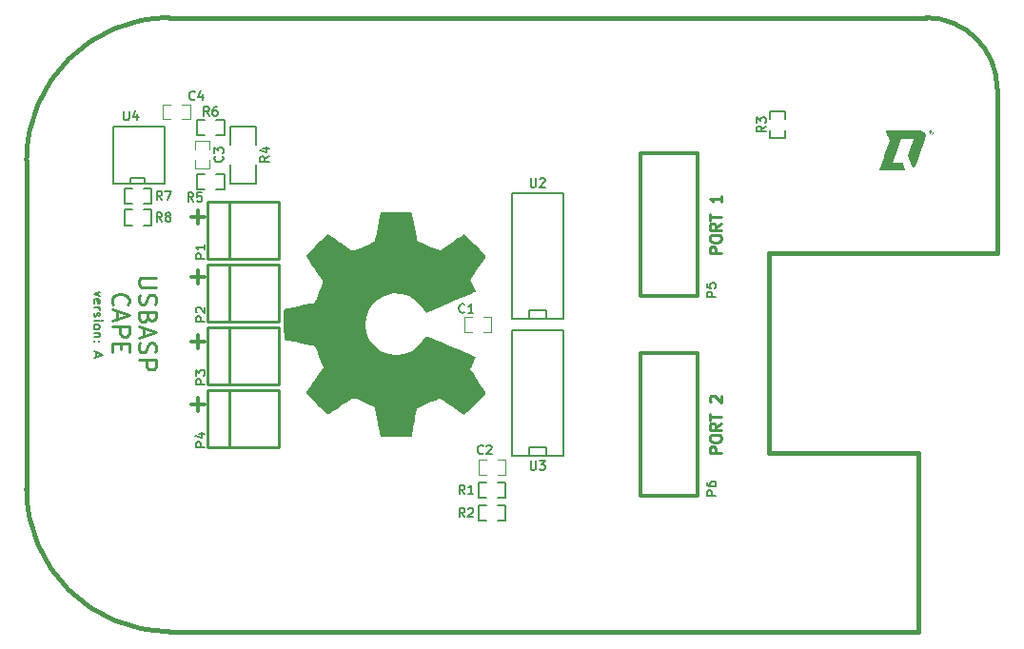
<source format=gto>
G04 (created by PCBNEW (2013-09-06 BZR 4312)-stable) date T 02 sept  2014 16:17:06 EEST*
%MOIN*%
G04 Gerber Fmt 3.4, Leading zero omitted, Abs format*
%FSLAX34Y34*%
G01*
G70*
G90*
G04 APERTURE LIST*
%ADD10C,0.000787*%
%ADD11C,0.009843*%
%ADD12C,0.011811*%
%ADD13C,0.007000*%
%ADD14C,0.010000*%
%ADD15C,0.015000*%
%ADD16C,0.004700*%
%ADD17C,0.012000*%
%ADD18C,0.005000*%
%ADD19C,0.008000*%
%ADD20C,0.000100*%
%ADD21C,0.005906*%
G04 APERTURE END LIST*
G54D10*
G54D11*
X66328Y-43493D02*
X65934Y-43493D01*
X65934Y-43343D01*
X65953Y-43306D01*
X65971Y-43287D01*
X66009Y-43268D01*
X66065Y-43268D01*
X66103Y-43287D01*
X66121Y-43306D01*
X66140Y-43343D01*
X66140Y-43493D01*
X65934Y-43024D02*
X65934Y-42949D01*
X65953Y-42912D01*
X65990Y-42874D01*
X66065Y-42856D01*
X66196Y-42856D01*
X66271Y-42874D01*
X66309Y-42912D01*
X66328Y-42949D01*
X66328Y-43024D01*
X66309Y-43062D01*
X66271Y-43099D01*
X66196Y-43118D01*
X66065Y-43118D01*
X65990Y-43099D01*
X65953Y-43062D01*
X65934Y-43024D01*
X66328Y-42462D02*
X66140Y-42593D01*
X66328Y-42687D02*
X65934Y-42687D01*
X65934Y-42537D01*
X65953Y-42500D01*
X65971Y-42481D01*
X66009Y-42462D01*
X66065Y-42462D01*
X66103Y-42481D01*
X66121Y-42500D01*
X66140Y-42537D01*
X66140Y-42687D01*
X65934Y-42350D02*
X65934Y-42125D01*
X66328Y-42237D02*
X65934Y-42237D01*
X65971Y-41712D02*
X65953Y-41693D01*
X65934Y-41656D01*
X65934Y-41562D01*
X65953Y-41525D01*
X65971Y-41506D01*
X66009Y-41487D01*
X66046Y-41487D01*
X66103Y-41506D01*
X66328Y-41731D01*
X66328Y-41487D01*
X66328Y-36493D02*
X65934Y-36493D01*
X65934Y-36343D01*
X65953Y-36306D01*
X65971Y-36287D01*
X66009Y-36268D01*
X66065Y-36268D01*
X66103Y-36287D01*
X66121Y-36306D01*
X66140Y-36343D01*
X66140Y-36493D01*
X65934Y-36024D02*
X65934Y-35949D01*
X65953Y-35912D01*
X65990Y-35874D01*
X66065Y-35856D01*
X66196Y-35856D01*
X66271Y-35874D01*
X66309Y-35912D01*
X66328Y-35949D01*
X66328Y-36024D01*
X66309Y-36062D01*
X66271Y-36099D01*
X66196Y-36118D01*
X66065Y-36118D01*
X65990Y-36099D01*
X65953Y-36062D01*
X65934Y-36024D01*
X66328Y-35462D02*
X66140Y-35593D01*
X66328Y-35687D02*
X65934Y-35687D01*
X65934Y-35537D01*
X65953Y-35500D01*
X65971Y-35481D01*
X66009Y-35462D01*
X66065Y-35462D01*
X66103Y-35481D01*
X66121Y-35500D01*
X66140Y-35537D01*
X66140Y-35687D01*
X65934Y-35350D02*
X65934Y-35125D01*
X66328Y-35237D02*
X65934Y-35237D01*
X66328Y-34487D02*
X66328Y-34712D01*
X66328Y-34600D02*
X65934Y-34600D01*
X65990Y-34637D01*
X66028Y-34675D01*
X66046Y-34712D01*
G54D12*
X47773Y-41792D02*
X48226Y-41792D01*
X48000Y-42018D02*
X48000Y-41566D01*
X47773Y-39592D02*
X48226Y-39592D01*
X48000Y-39818D02*
X48000Y-39366D01*
X47773Y-37342D02*
X48226Y-37342D01*
X48000Y-37568D02*
X48000Y-37116D01*
X47773Y-35242D02*
X48226Y-35242D01*
X48000Y-35468D02*
X48000Y-35016D01*
G54D13*
X44568Y-37857D02*
X44355Y-37933D01*
X44568Y-38009D01*
X44370Y-38253D02*
X44355Y-38222D01*
X44355Y-38161D01*
X44370Y-38131D01*
X44400Y-38116D01*
X44522Y-38116D01*
X44553Y-38131D01*
X44568Y-38161D01*
X44568Y-38222D01*
X44553Y-38253D01*
X44522Y-38268D01*
X44492Y-38268D01*
X44461Y-38116D01*
X44355Y-38405D02*
X44568Y-38405D01*
X44507Y-38405D02*
X44538Y-38420D01*
X44553Y-38436D01*
X44568Y-38466D01*
X44568Y-38497D01*
X44370Y-38588D02*
X44355Y-38619D01*
X44355Y-38680D01*
X44370Y-38710D01*
X44400Y-38725D01*
X44416Y-38725D01*
X44446Y-38710D01*
X44461Y-38680D01*
X44461Y-38634D01*
X44477Y-38603D01*
X44507Y-38588D01*
X44522Y-38588D01*
X44553Y-38603D01*
X44568Y-38634D01*
X44568Y-38680D01*
X44553Y-38710D01*
X44355Y-38862D02*
X44568Y-38862D01*
X44675Y-38862D02*
X44660Y-38847D01*
X44644Y-38862D01*
X44660Y-38878D01*
X44675Y-38862D01*
X44644Y-38862D01*
X44355Y-39060D02*
X44370Y-39030D01*
X44385Y-39015D01*
X44416Y-39000D01*
X44507Y-39000D01*
X44538Y-39015D01*
X44553Y-39030D01*
X44568Y-39060D01*
X44568Y-39106D01*
X44553Y-39137D01*
X44538Y-39152D01*
X44507Y-39167D01*
X44416Y-39167D01*
X44385Y-39152D01*
X44370Y-39137D01*
X44355Y-39106D01*
X44355Y-39060D01*
X44568Y-39304D02*
X44355Y-39304D01*
X44538Y-39304D02*
X44553Y-39320D01*
X44568Y-39350D01*
X44568Y-39396D01*
X44553Y-39426D01*
X44522Y-39441D01*
X44355Y-39441D01*
X44385Y-39594D02*
X44370Y-39609D01*
X44355Y-39594D01*
X44370Y-39579D01*
X44385Y-39594D01*
X44355Y-39594D01*
X44553Y-39594D02*
X44538Y-39609D01*
X44522Y-39594D01*
X44538Y-39579D01*
X44553Y-39594D01*
X44522Y-39594D01*
X44446Y-39975D02*
X44446Y-40127D01*
X44355Y-39944D02*
X44675Y-40051D01*
X44355Y-40158D01*
G54D14*
X46528Y-37350D02*
X46042Y-37350D01*
X45985Y-37378D01*
X45957Y-37407D01*
X45928Y-37464D01*
X45928Y-37578D01*
X45957Y-37635D01*
X45985Y-37664D01*
X46042Y-37692D01*
X46528Y-37692D01*
X45957Y-37950D02*
X45928Y-38035D01*
X45928Y-38178D01*
X45957Y-38235D01*
X45985Y-38264D01*
X46042Y-38292D01*
X46100Y-38292D01*
X46157Y-38264D01*
X46185Y-38235D01*
X46214Y-38178D01*
X46242Y-38064D01*
X46271Y-38007D01*
X46300Y-37978D01*
X46357Y-37950D01*
X46414Y-37950D01*
X46471Y-37978D01*
X46500Y-38007D01*
X46528Y-38064D01*
X46528Y-38207D01*
X46500Y-38292D01*
X46242Y-38750D02*
X46214Y-38835D01*
X46185Y-38864D01*
X46128Y-38892D01*
X46042Y-38892D01*
X45985Y-38864D01*
X45957Y-38835D01*
X45928Y-38778D01*
X45928Y-38550D01*
X46528Y-38550D01*
X46528Y-38750D01*
X46500Y-38807D01*
X46471Y-38835D01*
X46414Y-38864D01*
X46357Y-38864D01*
X46300Y-38835D01*
X46271Y-38807D01*
X46242Y-38750D01*
X46242Y-38550D01*
X46100Y-39121D02*
X46100Y-39407D01*
X45928Y-39064D02*
X46528Y-39264D01*
X45928Y-39464D01*
X45957Y-39635D02*
X45928Y-39721D01*
X45928Y-39864D01*
X45957Y-39921D01*
X45985Y-39950D01*
X46042Y-39978D01*
X46100Y-39978D01*
X46157Y-39950D01*
X46185Y-39921D01*
X46214Y-39864D01*
X46242Y-39750D01*
X46271Y-39692D01*
X46300Y-39664D01*
X46357Y-39635D01*
X46414Y-39635D01*
X46471Y-39664D01*
X46500Y-39692D01*
X46528Y-39750D01*
X46528Y-39892D01*
X46500Y-39978D01*
X45928Y-40235D02*
X46528Y-40235D01*
X46528Y-40464D01*
X46500Y-40521D01*
X46471Y-40550D01*
X46414Y-40578D01*
X46328Y-40578D01*
X46271Y-40550D01*
X46242Y-40521D01*
X46214Y-40464D01*
X46214Y-40235D01*
X45045Y-38307D02*
X45017Y-38278D01*
X44988Y-38192D01*
X44988Y-38135D01*
X45017Y-38050D01*
X45074Y-37992D01*
X45131Y-37964D01*
X45245Y-37935D01*
X45331Y-37935D01*
X45445Y-37964D01*
X45502Y-37992D01*
X45560Y-38050D01*
X45588Y-38135D01*
X45588Y-38192D01*
X45560Y-38278D01*
X45531Y-38307D01*
X45160Y-38535D02*
X45160Y-38821D01*
X44988Y-38478D02*
X45588Y-38678D01*
X44988Y-38878D01*
X44988Y-39078D02*
X45588Y-39078D01*
X45588Y-39307D01*
X45560Y-39364D01*
X45531Y-39392D01*
X45474Y-39421D01*
X45388Y-39421D01*
X45331Y-39392D01*
X45302Y-39364D01*
X45274Y-39307D01*
X45274Y-39078D01*
X45302Y-39678D02*
X45302Y-39878D01*
X44988Y-39964D02*
X44988Y-39678D01*
X45588Y-39678D01*
X45588Y-39964D01*
G54D15*
X73250Y-43650D02*
X73250Y-43500D01*
X73250Y-43500D02*
X68000Y-43500D01*
X68000Y-43500D02*
X68000Y-36500D01*
X68000Y-36500D02*
X76000Y-36500D01*
X76000Y-36500D02*
X76000Y-36350D01*
X47000Y-49750D02*
X73250Y-49750D01*
X73250Y-49750D02*
X73250Y-43650D01*
X76000Y-36350D02*
X76000Y-31250D01*
X76000Y-30750D02*
X76000Y-31250D01*
X47000Y-28250D02*
X73500Y-28250D01*
X42000Y-33250D02*
X42000Y-44750D01*
X47000Y-28250D02*
G75*
G03X42000Y-33250I0J-5000D01*
G74*
G01*
X42000Y-44750D02*
G75*
G03X47000Y-49750I5000J0D01*
G74*
G01*
X76000Y-30750D02*
G75*
G03X73500Y-28250I-2500J0D01*
G74*
G01*
G54D16*
X57603Y-38744D02*
X57328Y-38744D01*
X57997Y-38744D02*
X58272Y-38744D01*
X57603Y-39256D02*
X57328Y-39256D01*
X58272Y-39256D02*
X57997Y-39256D01*
X57328Y-39250D02*
X57328Y-38750D01*
X58272Y-38750D02*
X58272Y-39250D01*
X58103Y-43744D02*
X57828Y-43744D01*
X58497Y-43744D02*
X58772Y-43744D01*
X58103Y-44256D02*
X57828Y-44256D01*
X58772Y-44256D02*
X58497Y-44256D01*
X57828Y-44250D02*
X57828Y-43750D01*
X58772Y-43750D02*
X58772Y-44250D01*
G54D14*
X49100Y-34700D02*
X49100Y-36700D01*
X50850Y-34700D02*
X50850Y-36700D01*
X48350Y-36700D02*
X48350Y-34700D01*
X48350Y-36700D02*
X50850Y-36700D01*
X48350Y-34700D02*
X50850Y-34700D01*
X49100Y-36900D02*
X49100Y-38900D01*
X50850Y-36900D02*
X50850Y-38900D01*
X48350Y-38900D02*
X48350Y-36900D01*
X48350Y-38900D02*
X50850Y-38900D01*
X48350Y-36900D02*
X50850Y-36900D01*
X49100Y-39100D02*
X49100Y-41100D01*
X50850Y-39100D02*
X50850Y-41100D01*
X48350Y-41100D02*
X48350Y-39100D01*
X48350Y-41100D02*
X50850Y-41100D01*
X48350Y-39100D02*
X50850Y-39100D01*
X49100Y-41300D02*
X49100Y-43300D01*
X50850Y-41300D02*
X50850Y-43300D01*
X48350Y-43300D02*
X48350Y-41300D01*
X48350Y-43300D02*
X50850Y-43300D01*
X48350Y-41300D02*
X50850Y-41300D01*
G54D17*
X65500Y-33000D02*
X65500Y-38000D01*
X65500Y-38000D02*
X63500Y-38000D01*
X63500Y-38000D02*
X63500Y-33000D01*
X63500Y-33000D02*
X65500Y-33000D01*
X65500Y-40000D02*
X65500Y-45000D01*
X65500Y-45000D02*
X63500Y-45000D01*
X63500Y-45000D02*
X63500Y-40000D01*
X63500Y-40000D02*
X65500Y-40000D01*
G54D18*
X58103Y-44525D02*
X57825Y-44525D01*
X57825Y-44525D02*
X57825Y-45075D01*
X57825Y-45075D02*
X58103Y-45075D01*
X58775Y-44525D02*
X58497Y-44525D01*
X58775Y-44525D02*
X58775Y-45075D01*
X58775Y-45075D02*
X58497Y-45075D01*
X58103Y-45325D02*
X57825Y-45325D01*
X57825Y-45325D02*
X57825Y-45875D01*
X57825Y-45875D02*
X58103Y-45875D01*
X58775Y-45325D02*
X58497Y-45325D01*
X58775Y-45325D02*
X58775Y-45875D01*
X58775Y-45875D02*
X58497Y-45875D01*
G54D19*
X59600Y-38800D02*
X59600Y-38500D01*
X59600Y-38500D02*
X60200Y-38500D01*
X60200Y-38500D02*
X60200Y-38800D01*
X59000Y-34400D02*
X60800Y-34400D01*
X60800Y-34400D02*
X60800Y-38800D01*
X60800Y-38800D02*
X59000Y-38800D01*
X59000Y-38800D02*
X59000Y-34400D01*
X59600Y-43600D02*
X59600Y-43300D01*
X59600Y-43300D02*
X60200Y-43300D01*
X60200Y-43300D02*
X60200Y-43600D01*
X59000Y-39200D02*
X60800Y-39200D01*
X60800Y-39200D02*
X60800Y-43600D01*
X60800Y-43600D02*
X59000Y-43600D01*
X59000Y-43600D02*
X59000Y-39200D01*
G54D18*
X68025Y-32197D02*
X68025Y-32475D01*
X68025Y-32475D02*
X68575Y-32475D01*
X68575Y-32475D02*
X68575Y-32197D01*
X68025Y-31525D02*
X68025Y-31803D01*
X68025Y-31525D02*
X68575Y-31525D01*
X68575Y-31525D02*
X68575Y-31803D01*
G54D16*
X48406Y-32853D02*
X48406Y-32578D01*
X48406Y-33247D02*
X48406Y-33522D01*
X47894Y-32853D02*
X47894Y-32578D01*
X47894Y-33522D02*
X47894Y-33247D01*
X47900Y-32578D02*
X48400Y-32578D01*
X48400Y-33522D02*
X47900Y-33522D01*
X47053Y-31294D02*
X46778Y-31294D01*
X47447Y-31294D02*
X47722Y-31294D01*
X47053Y-31806D02*
X46778Y-31806D01*
X47722Y-31806D02*
X47447Y-31806D01*
X46778Y-31800D02*
X46778Y-31300D01*
X47722Y-31300D02*
X47722Y-31800D01*
G54D18*
X50050Y-32050D02*
X49150Y-32050D01*
X49150Y-32050D02*
X49150Y-32700D01*
X50050Y-33400D02*
X50050Y-34050D01*
X50050Y-34050D02*
X49150Y-34050D01*
X49150Y-34050D02*
X49150Y-33400D01*
X50050Y-32700D02*
X50050Y-32050D01*
X48647Y-34275D02*
X48925Y-34275D01*
X48925Y-34275D02*
X48925Y-33725D01*
X48925Y-33725D02*
X48647Y-33725D01*
X47975Y-34275D02*
X48253Y-34275D01*
X47975Y-34275D02*
X47975Y-33725D01*
X47975Y-33725D02*
X48253Y-33725D01*
X48647Y-32375D02*
X48925Y-32375D01*
X48925Y-32375D02*
X48925Y-31825D01*
X48925Y-31825D02*
X48647Y-31825D01*
X47975Y-32375D02*
X48253Y-32375D01*
X47975Y-32375D02*
X47975Y-31825D01*
X47975Y-31825D02*
X48253Y-31825D01*
X45703Y-34225D02*
X45425Y-34225D01*
X45425Y-34225D02*
X45425Y-34775D01*
X45425Y-34775D02*
X45703Y-34775D01*
X46375Y-34225D02*
X46097Y-34225D01*
X46375Y-34225D02*
X46375Y-34775D01*
X46375Y-34775D02*
X46097Y-34775D01*
X45703Y-34975D02*
X45425Y-34975D01*
X45425Y-34975D02*
X45425Y-35525D01*
X45425Y-35525D02*
X45703Y-35525D01*
X46375Y-34975D02*
X46097Y-34975D01*
X46375Y-34975D02*
X46375Y-35525D01*
X46375Y-35525D02*
X46097Y-35525D01*
X45050Y-34050D02*
X45050Y-32050D01*
X45050Y-32050D02*
X46850Y-32050D01*
X46850Y-32050D02*
X46850Y-34050D01*
X46850Y-34050D02*
X45050Y-34050D01*
X45650Y-34050D02*
X45650Y-33850D01*
X45650Y-33850D02*
X46150Y-33850D01*
X46150Y-33850D02*
X46150Y-34050D01*
G54D20*
G36*
X58087Y-41387D02*
X58065Y-41346D01*
X58007Y-41253D01*
X57921Y-41122D01*
X57817Y-40967D01*
X57712Y-40811D01*
X57626Y-40682D01*
X57568Y-40593D01*
X57547Y-40555D01*
X57554Y-40535D01*
X57590Y-40461D01*
X57646Y-40353D01*
X57679Y-40291D01*
X57721Y-40192D01*
X57730Y-40143D01*
X57716Y-40135D01*
X57641Y-40099D01*
X57512Y-40042D01*
X57341Y-39968D01*
X57141Y-39883D01*
X56926Y-39792D01*
X56706Y-39700D01*
X56496Y-39613D01*
X56308Y-39536D01*
X56155Y-39474D01*
X56048Y-39434D01*
X56002Y-39419D01*
X55993Y-39423D01*
X55945Y-39473D01*
X55880Y-39559D01*
X55729Y-39745D01*
X55499Y-39929D01*
X55238Y-40041D01*
X54949Y-40078D01*
X54680Y-40046D01*
X54421Y-39941D01*
X54189Y-39761D01*
X54016Y-39543D01*
X53907Y-39287D01*
X53872Y-39001D01*
X53903Y-38725D01*
X54007Y-38461D01*
X54184Y-38229D01*
X54297Y-38132D01*
X54532Y-37996D01*
X54785Y-37919D01*
X54849Y-37911D01*
X55125Y-37922D01*
X55390Y-38004D01*
X55628Y-38150D01*
X55822Y-38353D01*
X55840Y-38378D01*
X55910Y-38472D01*
X55958Y-38535D01*
X55999Y-38584D01*
X56846Y-38232D01*
X56981Y-38176D01*
X57213Y-38080D01*
X57412Y-37994D01*
X57571Y-37927D01*
X57677Y-37880D01*
X57720Y-37859D01*
X57722Y-37857D01*
X57728Y-37826D01*
X57704Y-37761D01*
X57647Y-37643D01*
X57607Y-37565D01*
X57563Y-37475D01*
X57547Y-37434D01*
X57566Y-37400D01*
X57622Y-37313D01*
X57706Y-37187D01*
X57809Y-37036D01*
X57907Y-36892D01*
X57995Y-36759D01*
X58057Y-36662D01*
X58082Y-36615D01*
X58082Y-36608D01*
X58059Y-36566D01*
X57995Y-36490D01*
X57886Y-36374D01*
X57725Y-36211D01*
X57700Y-36186D01*
X57563Y-36052D01*
X57449Y-35943D01*
X57367Y-35870D01*
X57330Y-35843D01*
X57330Y-35843D01*
X57284Y-35867D01*
X57188Y-35928D01*
X57053Y-36016D01*
X56896Y-36124D01*
X56488Y-36404D01*
X56103Y-36250D01*
X55985Y-36203D01*
X55842Y-36143D01*
X55740Y-36098D01*
X55696Y-36075D01*
X55681Y-36033D01*
X55656Y-35928D01*
X55624Y-35775D01*
X55590Y-35593D01*
X55558Y-35420D01*
X55529Y-35263D01*
X55506Y-35150D01*
X55496Y-35099D01*
X55489Y-35087D01*
X55464Y-35076D01*
X55411Y-35070D01*
X55316Y-35066D01*
X55166Y-35064D01*
X54949Y-35064D01*
X54925Y-35064D01*
X54718Y-35066D01*
X54553Y-35069D01*
X54444Y-35075D01*
X54402Y-35082D01*
X54401Y-35083D01*
X54389Y-35132D01*
X54366Y-35242D01*
X54335Y-35399D01*
X54300Y-35586D01*
X54297Y-35597D01*
X54262Y-35784D01*
X54229Y-35940D01*
X54204Y-36049D01*
X54190Y-36095D01*
X54176Y-36105D01*
X54104Y-36142D01*
X53988Y-36196D01*
X53847Y-36258D01*
X53701Y-36318D01*
X53570Y-36371D01*
X53471Y-36406D01*
X53427Y-36417D01*
X53426Y-36416D01*
X53381Y-36388D01*
X53285Y-36324D01*
X53151Y-36234D01*
X52992Y-36125D01*
X52980Y-36117D01*
X52823Y-36010D01*
X52690Y-35923D01*
X52595Y-35865D01*
X52552Y-35843D01*
X52549Y-35844D01*
X52502Y-35879D01*
X52413Y-35960D01*
X52293Y-36074D01*
X52154Y-36212D01*
X52111Y-36256D01*
X51962Y-36409D01*
X51864Y-36515D01*
X51812Y-36581D01*
X51800Y-36613D01*
X51801Y-36614D01*
X51830Y-36662D01*
X51894Y-36761D01*
X51986Y-36896D01*
X52094Y-37056D01*
X52102Y-37067D01*
X52209Y-37224D01*
X52297Y-37355D01*
X52359Y-37448D01*
X52384Y-37489D01*
X52384Y-37496D01*
X52365Y-37560D01*
X52326Y-37672D01*
X52272Y-37810D01*
X52214Y-37955D01*
X52158Y-38087D01*
X52113Y-38187D01*
X52086Y-38234D01*
X52084Y-38235D01*
X52028Y-38252D01*
X51910Y-38279D01*
X51748Y-38312D01*
X51555Y-38349D01*
X51524Y-38355D01*
X51336Y-38390D01*
X51182Y-38420D01*
X51074Y-38442D01*
X51030Y-38453D01*
X51024Y-38479D01*
X51017Y-38572D01*
X51014Y-38712D01*
X51012Y-38881D01*
X51013Y-39060D01*
X51017Y-39234D01*
X51022Y-39383D01*
X51029Y-39489D01*
X51038Y-39533D01*
X51041Y-39535D01*
X51099Y-39551D01*
X51217Y-39577D01*
X51380Y-39610D01*
X51573Y-39647D01*
X51607Y-39654D01*
X51794Y-39689D01*
X51948Y-39720D01*
X52053Y-39743D01*
X52095Y-39755D01*
X52104Y-39772D01*
X52137Y-39849D01*
X52189Y-39974D01*
X52252Y-40130D01*
X52398Y-40491D01*
X52095Y-40932D01*
X52068Y-40973D01*
X51960Y-41132D01*
X51873Y-41262D01*
X51814Y-41353D01*
X51793Y-41391D01*
X51794Y-41394D01*
X51833Y-41438D01*
X51915Y-41525D01*
X52031Y-41645D01*
X52170Y-41784D01*
X52273Y-41887D01*
X52397Y-42009D01*
X52480Y-42086D01*
X52534Y-42128D01*
X52566Y-42143D01*
X52588Y-42139D01*
X52633Y-42111D01*
X52730Y-42046D01*
X52864Y-41955D01*
X53020Y-41847D01*
X53151Y-41759D01*
X53299Y-41663D01*
X53405Y-41600D01*
X53457Y-41579D01*
X53478Y-41584D01*
X53565Y-41615D01*
X53696Y-41668D01*
X53851Y-41734D01*
X54201Y-41888D01*
X54245Y-42117D01*
X54272Y-42256D01*
X54309Y-42450D01*
X54345Y-42636D01*
X54401Y-42927D01*
X55469Y-42937D01*
X55488Y-42892D01*
X55500Y-42849D01*
X55524Y-42741D01*
X55554Y-42588D01*
X55589Y-42407D01*
X55617Y-42252D01*
X55647Y-42097D01*
X55668Y-41985D01*
X55679Y-41936D01*
X55696Y-41923D01*
X55771Y-41884D01*
X55891Y-41829D01*
X56035Y-41767D01*
X56184Y-41705D01*
X56322Y-41650D01*
X56427Y-41612D01*
X56481Y-41597D01*
X56522Y-41619D01*
X56614Y-41677D01*
X56744Y-41763D01*
X56899Y-41869D01*
X57053Y-41975D01*
X57185Y-42064D01*
X57280Y-42126D01*
X57324Y-42152D01*
X57353Y-42139D01*
X57428Y-42077D01*
X57549Y-41961D01*
X57721Y-41787D01*
X57748Y-41759D01*
X57881Y-41621D01*
X57988Y-41504D01*
X58061Y-41423D01*
X58087Y-41387D01*
X58087Y-41387D01*
G37*
G36*
X73501Y-32383D02*
X73499Y-32404D01*
X73496Y-32423D01*
X73495Y-32425D01*
X73494Y-32429D01*
X73491Y-32437D01*
X73487Y-32449D01*
X73482Y-32464D01*
X73475Y-32483D01*
X73468Y-32506D01*
X73459Y-32531D01*
X73449Y-32559D01*
X73439Y-32589D01*
X73427Y-32622D01*
X73416Y-32656D01*
X73403Y-32692D01*
X73390Y-32729D01*
X73377Y-32768D01*
X73363Y-32807D01*
X73349Y-32847D01*
X73335Y-32888D01*
X73321Y-32928D01*
X73307Y-32968D01*
X73293Y-33008D01*
X73279Y-33047D01*
X73266Y-33085D01*
X73253Y-33122D01*
X73240Y-33158D01*
X73228Y-33191D01*
X73217Y-33223D01*
X73207Y-33253D01*
X73197Y-33280D01*
X73189Y-33304D01*
X73181Y-33325D01*
X73175Y-33343D01*
X73170Y-33357D01*
X73166Y-33368D01*
X73164Y-33375D01*
X73163Y-33375D01*
X73153Y-33396D01*
X73139Y-33419D01*
X73122Y-33441D01*
X73102Y-33463D01*
X73081Y-33484D01*
X73065Y-33497D01*
X73057Y-33503D01*
X73050Y-33508D01*
X73045Y-33512D01*
X73043Y-33513D01*
X73042Y-33511D01*
X73039Y-33504D01*
X73035Y-33494D01*
X73029Y-33480D01*
X73023Y-33464D01*
X73015Y-33444D01*
X73006Y-33421D01*
X72996Y-33396D01*
X72986Y-33369D01*
X72975Y-33341D01*
X72963Y-33311D01*
X72957Y-33294D01*
X72943Y-33258D01*
X72931Y-33226D01*
X72920Y-33198D01*
X72911Y-33173D01*
X72903Y-33152D01*
X72896Y-33135D01*
X72890Y-33119D01*
X72886Y-33107D01*
X72882Y-33097D01*
X72880Y-33088D01*
X72878Y-33082D01*
X72876Y-33077D01*
X72875Y-33073D01*
X72875Y-33070D01*
X72875Y-33068D01*
X72875Y-33067D01*
X72875Y-33067D01*
X72876Y-33063D01*
X72879Y-33056D01*
X72883Y-33044D01*
X72888Y-33029D01*
X72894Y-33011D01*
X72902Y-32989D01*
X72910Y-32965D01*
X72920Y-32938D01*
X72930Y-32909D01*
X72941Y-32878D01*
X72952Y-32846D01*
X72964Y-32812D01*
X72974Y-32782D01*
X72986Y-32747D01*
X72998Y-32714D01*
X73009Y-32681D01*
X73020Y-32651D01*
X73030Y-32622D01*
X73039Y-32596D01*
X73047Y-32572D01*
X73054Y-32552D01*
X73060Y-32534D01*
X73065Y-32520D01*
X73068Y-32509D01*
X73070Y-32503D01*
X73071Y-32500D01*
X73071Y-32498D01*
X73071Y-32496D01*
X73070Y-32494D01*
X73069Y-32493D01*
X73067Y-32491D01*
X73064Y-32490D01*
X73059Y-32489D01*
X73053Y-32489D01*
X73044Y-32488D01*
X73033Y-32488D01*
X73020Y-32487D01*
X73003Y-32487D01*
X72984Y-32487D01*
X72960Y-32487D01*
X72933Y-32487D01*
X72902Y-32487D01*
X72867Y-32487D01*
X72848Y-32487D01*
X72635Y-32487D01*
X72490Y-32899D01*
X72475Y-32942D01*
X72461Y-32984D01*
X72447Y-33024D01*
X72433Y-33062D01*
X72420Y-33099D01*
X72408Y-33133D01*
X72397Y-33166D01*
X72387Y-33195D01*
X72377Y-33222D01*
X72369Y-33246D01*
X72362Y-33267D01*
X72355Y-33284D01*
X72351Y-33298D01*
X72347Y-33308D01*
X72345Y-33314D01*
X72345Y-33315D01*
X72345Y-33316D01*
X72348Y-33316D01*
X72353Y-33317D01*
X72360Y-33317D01*
X72370Y-33317D01*
X72384Y-33318D01*
X72400Y-33318D01*
X72420Y-33318D01*
X72444Y-33318D01*
X72472Y-33318D01*
X72505Y-33318D01*
X72511Y-33318D01*
X72678Y-33318D01*
X72681Y-33325D01*
X72682Y-33329D01*
X72685Y-33337D01*
X72689Y-33348D01*
X72695Y-33362D01*
X72701Y-33379D01*
X72707Y-33398D01*
X72715Y-33417D01*
X72722Y-33438D01*
X72730Y-33459D01*
X72738Y-33480D01*
X72745Y-33501D01*
X72752Y-33521D01*
X72759Y-33539D01*
X72765Y-33555D01*
X72770Y-33568D01*
X72774Y-33579D01*
X72776Y-33586D01*
X72778Y-33589D01*
X72778Y-33589D01*
X72778Y-33590D01*
X72777Y-33590D01*
X72776Y-33591D01*
X72774Y-33591D01*
X72771Y-33591D01*
X72767Y-33592D01*
X72761Y-33592D01*
X72754Y-33592D01*
X72744Y-33593D01*
X72733Y-33593D01*
X72719Y-33593D01*
X72703Y-33593D01*
X72685Y-33593D01*
X72663Y-33593D01*
X72639Y-33593D01*
X72611Y-33593D01*
X72580Y-33593D01*
X72545Y-33593D01*
X72506Y-33593D01*
X72464Y-33594D01*
X72417Y-33594D01*
X72366Y-33594D01*
X72324Y-33594D01*
X72278Y-33594D01*
X72233Y-33593D01*
X72190Y-33593D01*
X72148Y-33593D01*
X72109Y-33593D01*
X72071Y-33593D01*
X72036Y-33593D01*
X72004Y-33593D01*
X71975Y-33593D01*
X71948Y-33593D01*
X71925Y-33593D01*
X71906Y-33592D01*
X71890Y-33592D01*
X71879Y-33592D01*
X71872Y-33592D01*
X71869Y-33592D01*
X71869Y-33592D01*
X71870Y-33589D01*
X71872Y-33583D01*
X71876Y-33572D01*
X71881Y-33557D01*
X71887Y-33539D01*
X71895Y-33517D01*
X71904Y-33492D01*
X71913Y-33464D01*
X71924Y-33433D01*
X71936Y-33399D01*
X71949Y-33363D01*
X71962Y-33324D01*
X71976Y-33284D01*
X71991Y-33241D01*
X72007Y-33197D01*
X72023Y-33151D01*
X72039Y-33104D01*
X72049Y-33075D01*
X72230Y-32560D01*
X72162Y-32387D01*
X72152Y-32359D01*
X72141Y-32333D01*
X72132Y-32309D01*
X72123Y-32286D01*
X72115Y-32266D01*
X72109Y-32249D01*
X72103Y-32234D01*
X72099Y-32223D01*
X72096Y-32216D01*
X72095Y-32212D01*
X72095Y-32212D01*
X72097Y-32212D01*
X72104Y-32212D01*
X72115Y-32212D01*
X72131Y-32212D01*
X72150Y-32212D01*
X72173Y-32212D01*
X72200Y-32212D01*
X72230Y-32212D01*
X72263Y-32212D01*
X72299Y-32211D01*
X72338Y-32211D01*
X72380Y-32211D01*
X72424Y-32212D01*
X72470Y-32212D01*
X72518Y-32212D01*
X72568Y-32212D01*
X72619Y-32212D01*
X72672Y-32212D01*
X72710Y-32212D01*
X73326Y-32212D01*
X73346Y-32217D01*
X73379Y-32227D01*
X73408Y-32240D01*
X73433Y-32255D01*
X73455Y-32272D01*
X73472Y-32292D01*
X73486Y-32314D01*
X73495Y-32337D01*
X73497Y-32345D01*
X73500Y-32363D01*
X73501Y-32383D01*
X73501Y-32383D01*
X73501Y-32383D01*
G37*
G36*
X73760Y-32290D02*
X73758Y-32308D01*
X73751Y-32325D01*
X73743Y-32337D01*
X73743Y-32282D01*
X73739Y-32267D01*
X73732Y-32252D01*
X73723Y-32242D01*
X73710Y-32233D01*
X73697Y-32228D01*
X73682Y-32226D01*
X73678Y-32225D01*
X73660Y-32228D01*
X73645Y-32233D01*
X73632Y-32243D01*
X73622Y-32255D01*
X73615Y-32270D01*
X73613Y-32286D01*
X73613Y-32287D01*
X73615Y-32305D01*
X73621Y-32320D01*
X73630Y-32333D01*
X73642Y-32343D01*
X73656Y-32350D01*
X73672Y-32353D01*
X73688Y-32352D01*
X73701Y-32349D01*
X73716Y-32341D01*
X73728Y-32329D01*
X73738Y-32314D01*
X73742Y-32298D01*
X73743Y-32282D01*
X73743Y-32337D01*
X73741Y-32340D01*
X73728Y-32352D01*
X73711Y-32360D01*
X73695Y-32365D01*
X73685Y-32367D01*
X73677Y-32368D01*
X73670Y-32367D01*
X73660Y-32365D01*
X73658Y-32365D01*
X73639Y-32358D01*
X73623Y-32348D01*
X73610Y-32334D01*
X73603Y-32323D01*
X73598Y-32310D01*
X73596Y-32295D01*
X73596Y-32280D01*
X73599Y-32265D01*
X73600Y-32261D01*
X73608Y-32247D01*
X73619Y-32234D01*
X73633Y-32223D01*
X73641Y-32219D01*
X73648Y-32216D01*
X73654Y-32214D01*
X73661Y-32213D01*
X73671Y-32212D01*
X73678Y-32212D01*
X73689Y-32212D01*
X73698Y-32213D01*
X73704Y-32214D01*
X73711Y-32217D01*
X73715Y-32219D01*
X73732Y-32229D01*
X73745Y-32242D01*
X73754Y-32258D01*
X73759Y-32276D01*
X73760Y-32290D01*
X73760Y-32290D01*
X73760Y-32290D01*
G37*
G36*
X73719Y-32334D02*
X73717Y-32334D01*
X73712Y-32335D01*
X73710Y-32335D01*
X73706Y-32334D01*
X73702Y-32333D01*
X73699Y-32331D01*
X73695Y-32325D01*
X73689Y-32317D01*
X73689Y-32316D01*
X73682Y-32307D01*
X73678Y-32301D01*
X73674Y-32298D01*
X73671Y-32297D01*
X73669Y-32297D01*
X73662Y-32297D01*
X73662Y-32316D01*
X73662Y-32335D01*
X73654Y-32335D01*
X73646Y-32335D01*
X73646Y-32288D01*
X73646Y-32242D01*
X73666Y-32242D01*
X73684Y-32243D01*
X73697Y-32245D01*
X73707Y-32248D01*
X73713Y-32254D01*
X73716Y-32262D01*
X73717Y-32270D01*
X73716Y-32278D01*
X73713Y-32284D01*
X73710Y-32287D01*
X73704Y-32292D01*
X73700Y-32294D01*
X73700Y-32273D01*
X73700Y-32267D01*
X73696Y-32261D01*
X73691Y-32258D01*
X73685Y-32257D01*
X73677Y-32256D01*
X73662Y-32256D01*
X73662Y-32269D01*
X73662Y-32282D01*
X73676Y-32282D01*
X73687Y-32282D01*
X73694Y-32279D01*
X73695Y-32279D01*
X73700Y-32273D01*
X73700Y-32294D01*
X73699Y-32294D01*
X73698Y-32294D01*
X73696Y-32295D01*
X73696Y-32296D01*
X73697Y-32300D01*
X73701Y-32306D01*
X73706Y-32313D01*
X73712Y-32322D01*
X73716Y-32328D01*
X73719Y-32333D01*
X73719Y-32334D01*
X73719Y-32334D01*
X73719Y-32334D01*
G37*
G54D21*
X57346Y-38564D02*
X57331Y-38579D01*
X57285Y-38594D01*
X57255Y-38594D01*
X57209Y-38579D01*
X57179Y-38549D01*
X57163Y-38518D01*
X57148Y-38457D01*
X57148Y-38411D01*
X57163Y-38350D01*
X57179Y-38320D01*
X57209Y-38290D01*
X57255Y-38274D01*
X57285Y-38274D01*
X57331Y-38290D01*
X57346Y-38305D01*
X57651Y-38594D02*
X57468Y-38594D01*
X57560Y-38594D02*
X57560Y-38274D01*
X57529Y-38320D01*
X57499Y-38350D01*
X57468Y-38366D01*
X57996Y-43514D02*
X57981Y-43529D01*
X57935Y-43544D01*
X57905Y-43544D01*
X57859Y-43529D01*
X57829Y-43499D01*
X57813Y-43468D01*
X57798Y-43407D01*
X57798Y-43361D01*
X57813Y-43300D01*
X57829Y-43270D01*
X57859Y-43240D01*
X57905Y-43224D01*
X57935Y-43224D01*
X57981Y-43240D01*
X57996Y-43255D01*
X58118Y-43255D02*
X58133Y-43240D01*
X58164Y-43224D01*
X58240Y-43224D01*
X58270Y-43240D01*
X58286Y-43255D01*
X58301Y-43285D01*
X58301Y-43316D01*
X58286Y-43361D01*
X58103Y-43544D01*
X58301Y-43544D01*
X48244Y-36686D02*
X47924Y-36686D01*
X47924Y-36564D01*
X47940Y-36533D01*
X47955Y-36518D01*
X47985Y-36503D01*
X48031Y-36503D01*
X48061Y-36518D01*
X48077Y-36533D01*
X48092Y-36564D01*
X48092Y-36686D01*
X48244Y-36198D02*
X48244Y-36381D01*
X48244Y-36289D02*
X47924Y-36289D01*
X47970Y-36320D01*
X48000Y-36350D01*
X48016Y-36381D01*
X48244Y-38886D02*
X47924Y-38886D01*
X47924Y-38764D01*
X47940Y-38733D01*
X47955Y-38718D01*
X47985Y-38703D01*
X48031Y-38703D01*
X48061Y-38718D01*
X48077Y-38733D01*
X48092Y-38764D01*
X48092Y-38886D01*
X47955Y-38581D02*
X47940Y-38566D01*
X47924Y-38535D01*
X47924Y-38459D01*
X47940Y-38429D01*
X47955Y-38413D01*
X47985Y-38398D01*
X48016Y-38398D01*
X48061Y-38413D01*
X48244Y-38596D01*
X48244Y-38398D01*
X48244Y-41086D02*
X47924Y-41086D01*
X47924Y-40964D01*
X47940Y-40933D01*
X47955Y-40918D01*
X47985Y-40903D01*
X48031Y-40903D01*
X48061Y-40918D01*
X48077Y-40933D01*
X48092Y-40964D01*
X48092Y-41086D01*
X47924Y-40796D02*
X47924Y-40598D01*
X48046Y-40705D01*
X48046Y-40659D01*
X48061Y-40629D01*
X48077Y-40613D01*
X48107Y-40598D01*
X48183Y-40598D01*
X48214Y-40613D01*
X48229Y-40629D01*
X48244Y-40659D01*
X48244Y-40750D01*
X48229Y-40781D01*
X48214Y-40796D01*
X48244Y-43286D02*
X47924Y-43286D01*
X47924Y-43164D01*
X47940Y-43133D01*
X47955Y-43118D01*
X47985Y-43103D01*
X48031Y-43103D01*
X48061Y-43118D01*
X48077Y-43133D01*
X48092Y-43164D01*
X48092Y-43286D01*
X48031Y-42829D02*
X48244Y-42829D01*
X47909Y-42905D02*
X48138Y-42981D01*
X48138Y-42783D01*
X66144Y-38036D02*
X65824Y-38036D01*
X65824Y-37914D01*
X65840Y-37883D01*
X65855Y-37868D01*
X65885Y-37853D01*
X65931Y-37853D01*
X65961Y-37868D01*
X65977Y-37883D01*
X65992Y-37914D01*
X65992Y-38036D01*
X65824Y-37563D02*
X65824Y-37716D01*
X65977Y-37731D01*
X65961Y-37716D01*
X65946Y-37685D01*
X65946Y-37609D01*
X65961Y-37579D01*
X65977Y-37563D01*
X66007Y-37548D01*
X66083Y-37548D01*
X66114Y-37563D01*
X66129Y-37579D01*
X66144Y-37609D01*
X66144Y-37685D01*
X66129Y-37716D01*
X66114Y-37731D01*
X66144Y-44986D02*
X65824Y-44986D01*
X65824Y-44864D01*
X65840Y-44833D01*
X65855Y-44818D01*
X65885Y-44803D01*
X65931Y-44803D01*
X65961Y-44818D01*
X65977Y-44833D01*
X65992Y-44864D01*
X65992Y-44986D01*
X65824Y-44529D02*
X65824Y-44589D01*
X65840Y-44620D01*
X65855Y-44635D01*
X65900Y-44666D01*
X65961Y-44681D01*
X66083Y-44681D01*
X66114Y-44666D01*
X66129Y-44650D01*
X66144Y-44620D01*
X66144Y-44559D01*
X66129Y-44529D01*
X66114Y-44513D01*
X66083Y-44498D01*
X66007Y-44498D01*
X65977Y-44513D01*
X65961Y-44529D01*
X65946Y-44559D01*
X65946Y-44620D01*
X65961Y-44650D01*
X65977Y-44666D01*
X66007Y-44681D01*
X57346Y-44944D02*
X57240Y-44792D01*
X57163Y-44944D02*
X57163Y-44624D01*
X57285Y-44624D01*
X57316Y-44640D01*
X57331Y-44655D01*
X57346Y-44685D01*
X57346Y-44731D01*
X57331Y-44761D01*
X57316Y-44777D01*
X57285Y-44792D01*
X57163Y-44792D01*
X57651Y-44944D02*
X57468Y-44944D01*
X57560Y-44944D02*
X57560Y-44624D01*
X57529Y-44670D01*
X57499Y-44700D01*
X57468Y-44716D01*
X57346Y-45744D02*
X57240Y-45592D01*
X57163Y-45744D02*
X57163Y-45424D01*
X57285Y-45424D01*
X57316Y-45440D01*
X57331Y-45455D01*
X57346Y-45485D01*
X57346Y-45531D01*
X57331Y-45561D01*
X57316Y-45577D01*
X57285Y-45592D01*
X57163Y-45592D01*
X57468Y-45455D02*
X57483Y-45440D01*
X57514Y-45424D01*
X57590Y-45424D01*
X57620Y-45440D01*
X57636Y-45455D01*
X57651Y-45485D01*
X57651Y-45516D01*
X57636Y-45561D01*
X57453Y-45744D01*
X57651Y-45744D01*
X59656Y-33874D02*
X59656Y-34133D01*
X59671Y-34164D01*
X59686Y-34179D01*
X59717Y-34194D01*
X59778Y-34194D01*
X59808Y-34179D01*
X59823Y-34164D01*
X59839Y-34133D01*
X59839Y-33874D01*
X59976Y-33905D02*
X59991Y-33890D01*
X60021Y-33874D01*
X60098Y-33874D01*
X60128Y-33890D01*
X60143Y-33905D01*
X60159Y-33935D01*
X60159Y-33966D01*
X60143Y-34011D01*
X59960Y-34194D01*
X60159Y-34194D01*
X59656Y-43774D02*
X59656Y-44033D01*
X59671Y-44064D01*
X59686Y-44079D01*
X59717Y-44094D01*
X59778Y-44094D01*
X59808Y-44079D01*
X59823Y-44064D01*
X59839Y-44033D01*
X59839Y-43774D01*
X59960Y-43774D02*
X60159Y-43774D01*
X60052Y-43896D01*
X60098Y-43896D01*
X60128Y-43911D01*
X60143Y-43927D01*
X60159Y-43957D01*
X60159Y-44033D01*
X60143Y-44064D01*
X60128Y-44079D01*
X60098Y-44094D01*
X60006Y-44094D01*
X59976Y-44079D01*
X59960Y-44064D01*
X67894Y-32053D02*
X67742Y-32159D01*
X67894Y-32236D02*
X67574Y-32236D01*
X67574Y-32114D01*
X67590Y-32083D01*
X67605Y-32068D01*
X67635Y-32053D01*
X67681Y-32053D01*
X67711Y-32068D01*
X67727Y-32083D01*
X67742Y-32114D01*
X67742Y-32236D01*
X67574Y-31946D02*
X67574Y-31748D01*
X67696Y-31855D01*
X67696Y-31809D01*
X67711Y-31779D01*
X67727Y-31763D01*
X67757Y-31748D01*
X67833Y-31748D01*
X67864Y-31763D01*
X67879Y-31779D01*
X67894Y-31809D01*
X67894Y-31900D01*
X67879Y-31931D01*
X67864Y-31946D01*
X48864Y-33103D02*
X48879Y-33118D01*
X48894Y-33164D01*
X48894Y-33194D01*
X48879Y-33240D01*
X48849Y-33270D01*
X48818Y-33286D01*
X48757Y-33301D01*
X48711Y-33301D01*
X48650Y-33286D01*
X48620Y-33270D01*
X48590Y-33240D01*
X48574Y-33194D01*
X48574Y-33164D01*
X48590Y-33118D01*
X48605Y-33103D01*
X48574Y-32996D02*
X48574Y-32798D01*
X48696Y-32905D01*
X48696Y-32859D01*
X48711Y-32829D01*
X48727Y-32813D01*
X48757Y-32798D01*
X48833Y-32798D01*
X48864Y-32813D01*
X48879Y-32829D01*
X48894Y-32859D01*
X48894Y-32950D01*
X48879Y-32981D01*
X48864Y-32996D01*
X47896Y-31114D02*
X47881Y-31129D01*
X47835Y-31144D01*
X47805Y-31144D01*
X47759Y-31129D01*
X47729Y-31099D01*
X47713Y-31068D01*
X47698Y-31007D01*
X47698Y-30961D01*
X47713Y-30900D01*
X47729Y-30870D01*
X47759Y-30840D01*
X47805Y-30824D01*
X47835Y-30824D01*
X47881Y-30840D01*
X47896Y-30855D01*
X48170Y-30931D02*
X48170Y-31144D01*
X48094Y-30809D02*
X48018Y-31038D01*
X48216Y-31038D01*
X50494Y-33103D02*
X50342Y-33209D01*
X50494Y-33286D02*
X50174Y-33286D01*
X50174Y-33164D01*
X50190Y-33133D01*
X50205Y-33118D01*
X50235Y-33103D01*
X50281Y-33103D01*
X50311Y-33118D01*
X50327Y-33133D01*
X50342Y-33164D01*
X50342Y-33286D01*
X50281Y-32829D02*
X50494Y-32829D01*
X50159Y-32905D02*
X50388Y-32981D01*
X50388Y-32783D01*
X47846Y-34694D02*
X47740Y-34542D01*
X47663Y-34694D02*
X47663Y-34374D01*
X47785Y-34374D01*
X47816Y-34390D01*
X47831Y-34405D01*
X47846Y-34435D01*
X47846Y-34481D01*
X47831Y-34511D01*
X47816Y-34527D01*
X47785Y-34542D01*
X47663Y-34542D01*
X48136Y-34374D02*
X47983Y-34374D01*
X47968Y-34527D01*
X47983Y-34511D01*
X48014Y-34496D01*
X48090Y-34496D01*
X48120Y-34511D01*
X48136Y-34527D01*
X48151Y-34557D01*
X48151Y-34633D01*
X48136Y-34664D01*
X48120Y-34679D01*
X48090Y-34694D01*
X48014Y-34694D01*
X47983Y-34679D01*
X47968Y-34664D01*
X48396Y-31694D02*
X48290Y-31542D01*
X48213Y-31694D02*
X48213Y-31374D01*
X48335Y-31374D01*
X48366Y-31390D01*
X48381Y-31405D01*
X48396Y-31435D01*
X48396Y-31481D01*
X48381Y-31511D01*
X48366Y-31527D01*
X48335Y-31542D01*
X48213Y-31542D01*
X48670Y-31374D02*
X48610Y-31374D01*
X48579Y-31390D01*
X48564Y-31405D01*
X48533Y-31450D01*
X48518Y-31511D01*
X48518Y-31633D01*
X48533Y-31664D01*
X48549Y-31679D01*
X48579Y-31694D01*
X48640Y-31694D01*
X48670Y-31679D01*
X48686Y-31664D01*
X48701Y-31633D01*
X48701Y-31557D01*
X48686Y-31527D01*
X48670Y-31511D01*
X48640Y-31496D01*
X48579Y-31496D01*
X48549Y-31511D01*
X48533Y-31527D01*
X48518Y-31557D01*
X46746Y-34644D02*
X46640Y-34492D01*
X46563Y-34644D02*
X46563Y-34324D01*
X46685Y-34324D01*
X46716Y-34340D01*
X46731Y-34355D01*
X46746Y-34385D01*
X46746Y-34431D01*
X46731Y-34461D01*
X46716Y-34477D01*
X46685Y-34492D01*
X46563Y-34492D01*
X46853Y-34324D02*
X47066Y-34324D01*
X46929Y-34644D01*
X46746Y-35394D02*
X46640Y-35242D01*
X46563Y-35394D02*
X46563Y-35074D01*
X46685Y-35074D01*
X46716Y-35090D01*
X46731Y-35105D01*
X46746Y-35135D01*
X46746Y-35181D01*
X46731Y-35211D01*
X46716Y-35227D01*
X46685Y-35242D01*
X46563Y-35242D01*
X46929Y-35211D02*
X46899Y-35196D01*
X46883Y-35181D01*
X46868Y-35150D01*
X46868Y-35135D01*
X46883Y-35105D01*
X46899Y-35090D01*
X46929Y-35074D01*
X46990Y-35074D01*
X47020Y-35090D01*
X47036Y-35105D01*
X47051Y-35135D01*
X47051Y-35150D01*
X47036Y-35181D01*
X47020Y-35196D01*
X46990Y-35211D01*
X46929Y-35211D01*
X46899Y-35227D01*
X46883Y-35242D01*
X46868Y-35272D01*
X46868Y-35333D01*
X46883Y-35364D01*
X46899Y-35379D01*
X46929Y-35394D01*
X46990Y-35394D01*
X47020Y-35379D01*
X47036Y-35364D01*
X47051Y-35333D01*
X47051Y-35272D01*
X47036Y-35242D01*
X47020Y-35227D01*
X46990Y-35211D01*
X45406Y-31524D02*
X45406Y-31783D01*
X45421Y-31814D01*
X45436Y-31829D01*
X45467Y-31844D01*
X45528Y-31844D01*
X45558Y-31829D01*
X45573Y-31814D01*
X45589Y-31783D01*
X45589Y-31524D01*
X45878Y-31631D02*
X45878Y-31844D01*
X45802Y-31509D02*
X45726Y-31738D01*
X45924Y-31738D01*
M02*

</source>
